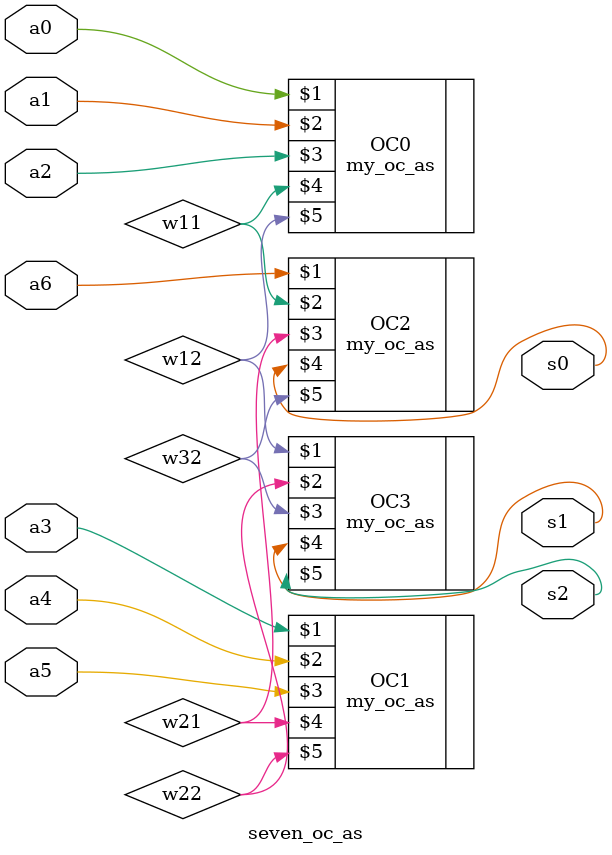
<source format=v>
`timescale 1ns/1ns
module seven_oc_as (input a0 , a1 , a2 , a3 , a4 , a5 , a6 , output s0 , s1 , s2);
	wire w11 , w12 , w21 , w22 , w32;
	my_oc_as OC0(a0 , a1 , a2 , w11 , w12);
	my_oc_as OC1(a3 , a4 , a5 , w21 , w22);
	my_oc_as OC2(a6 , w11 , w21 , s0 , w32);
	my_oc_as OC3(w12 , w22 , w32 , s1 , s2);
endmodule

</source>
